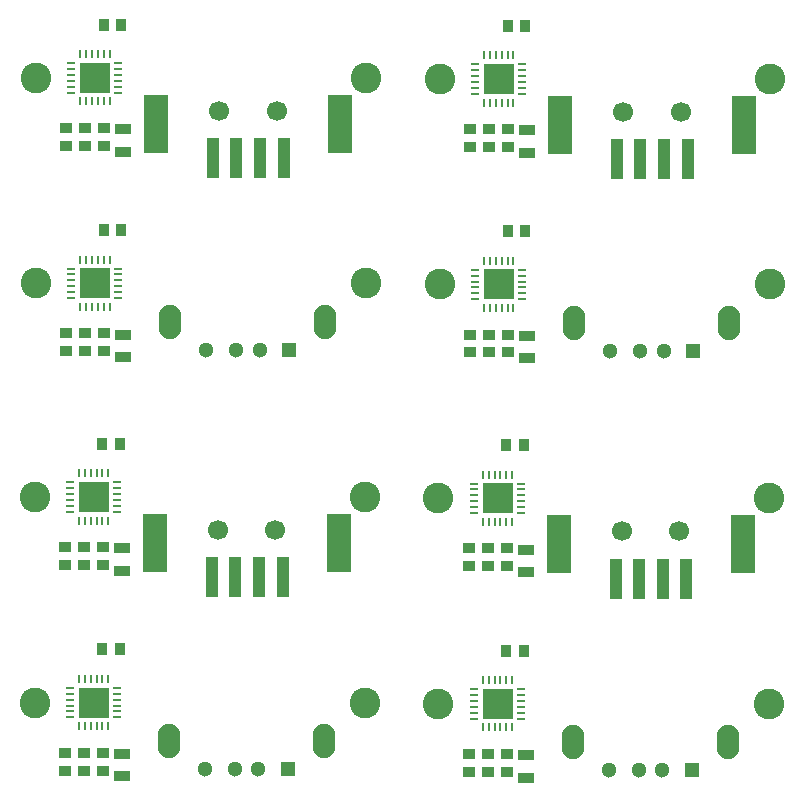
<source format=gts>
G04 #@! TF.GenerationSoftware,KiCad,Pcbnew,5.1.5-52549c5~86~ubuntu18.04.1*
G04 #@! TF.CreationDate,2020-12-11T21:21:52-08:00*
G04 #@! TF.ProjectId,accelgyro_mpu6050_d2r1_4x4,61636365-6c67-4797-926f-5f6d70753630,rev?*
G04 #@! TF.SameCoordinates,Original*
G04 #@! TF.FileFunction,Soldermask,Top*
G04 #@! TF.FilePolarity,Negative*
%FSLAX46Y46*%
G04 Gerber Fmt 4.6, Leading zero omitted, Abs format (unit mm)*
G04 Created by KiCad (PCBNEW 5.1.5-52549c5~86~ubuntu18.04.1) date 2020-12-11 21:21:52*
%MOMM*%
%LPD*%
G04 APERTURE LIST*
%ADD10R,1.000760X0.899160*%
%ADD11C,2.600000*%
%ADD12R,1.397000X0.889000*%
%ADD13O,0.248920X0.800100*%
%ADD14O,0.800100X0.248920*%
%ADD15R,2.499360X2.499360*%
%ADD16R,0.899160X1.000760*%
%ADD17R,1.300000X1.300000*%
%ADD18C,1.300000*%
%ADD19O,1.900000X2.900000*%
%ADD20C,1.700000*%
%ADD21R,1.120000X3.390000*%
%ADD22R,2.000000X5.000000*%
G04 APERTURE END LIST*
D10*
X176400000Y-121748160D03*
X176400000Y-123251840D03*
D11*
X200100000Y-153000000D03*
D10*
X176400000Y-104348160D03*
X176400000Y-105851840D03*
D12*
X179600000Y-106352500D03*
X179600000Y-104447500D03*
D11*
X172200000Y-100100000D03*
D13*
X175950320Y-98101020D03*
X176450700Y-98101020D03*
X176951080Y-98101020D03*
X177448920Y-98101020D03*
X177949300Y-98101020D03*
X178449680Y-98101020D03*
D14*
X179198980Y-98850320D03*
X179198980Y-99350700D03*
X179198980Y-99851080D03*
X179198980Y-100348920D03*
X179198980Y-100849300D03*
X179198980Y-101349680D03*
D13*
X178449680Y-102098980D03*
X177949300Y-102098980D03*
X177448920Y-102098980D03*
X176951080Y-102098980D03*
X176450700Y-102098980D03*
X175950320Y-102098980D03*
D14*
X175201020Y-101349680D03*
X175201020Y-100849300D03*
X175201020Y-100348920D03*
X175201020Y-99851080D03*
X175201020Y-99350700D03*
X175201020Y-98850320D03*
D15*
X177200000Y-100100000D03*
D10*
X177900000Y-158751840D03*
X177900000Y-157248160D03*
D16*
X179351840Y-148500000D03*
X177848160Y-148500000D03*
D12*
X179500000Y-139947500D03*
X179500000Y-141852500D03*
D17*
X193556000Y-158648000D03*
D18*
X191056000Y-158648000D03*
X189056000Y-158648000D03*
X186556000Y-158648000D03*
D19*
X196626000Y-156248000D03*
X183486000Y-156248000D03*
D10*
X176300000Y-158751840D03*
X176300000Y-157248160D03*
D11*
X200200000Y-100100000D03*
D12*
X179600000Y-123752500D03*
X179600000Y-121847500D03*
D16*
X177948160Y-113000000D03*
X179451840Y-113000000D03*
D10*
X174800000Y-121748160D03*
X174800000Y-123251840D03*
D20*
X192600000Y-102900000D03*
D21*
X189200000Y-106900000D03*
X191200000Y-106900000D03*
X193200000Y-106900000D03*
X187200000Y-106900000D03*
D20*
X187700000Y-102900000D03*
D22*
X198000000Y-104000000D03*
X182400000Y-104000000D03*
D11*
X172200000Y-117500000D03*
D10*
X178000000Y-104348160D03*
X178000000Y-105851840D03*
X174700000Y-158751840D03*
X174700000Y-157248160D03*
X178000000Y-121748160D03*
X178000000Y-123251840D03*
D16*
X179351840Y-131100000D03*
X177848160Y-131100000D03*
D13*
X175950320Y-115501020D03*
X176450700Y-115501020D03*
X176951080Y-115501020D03*
X177448920Y-115501020D03*
X177949300Y-115501020D03*
X178449680Y-115501020D03*
D14*
X179198980Y-116250320D03*
X179198980Y-116750700D03*
X179198980Y-117251080D03*
X179198980Y-117748920D03*
X179198980Y-118249300D03*
X179198980Y-118749680D03*
D13*
X178449680Y-119498980D03*
X177949300Y-119498980D03*
X177448920Y-119498980D03*
X176951080Y-119498980D03*
X176450700Y-119498980D03*
X175950320Y-119498980D03*
D14*
X175201020Y-118749680D03*
X175201020Y-118249300D03*
X175201020Y-117748920D03*
X175201020Y-117251080D03*
X175201020Y-116750700D03*
X175201020Y-116250320D03*
D15*
X177200000Y-117500000D03*
D11*
X172100000Y-153000000D03*
D22*
X182300000Y-139500000D03*
X197900000Y-139500000D03*
D20*
X187600000Y-138400000D03*
D21*
X187100000Y-142400000D03*
X193100000Y-142400000D03*
X191100000Y-142400000D03*
X189100000Y-142400000D03*
D20*
X192500000Y-138400000D03*
D11*
X172100000Y-135600000D03*
X200100000Y-135600000D03*
D10*
X177900000Y-141351840D03*
X177900000Y-139848160D03*
D15*
X177100000Y-135600000D03*
D14*
X175101020Y-134350320D03*
X175101020Y-134850700D03*
X175101020Y-135351080D03*
X175101020Y-135848920D03*
X175101020Y-136349300D03*
X175101020Y-136849680D03*
D13*
X175850320Y-137598980D03*
X176350700Y-137598980D03*
X176851080Y-137598980D03*
X177348920Y-137598980D03*
X177849300Y-137598980D03*
X178349680Y-137598980D03*
D14*
X179098980Y-136849680D03*
X179098980Y-136349300D03*
X179098980Y-135848920D03*
X179098980Y-135351080D03*
X179098980Y-134850700D03*
X179098980Y-134350320D03*
D13*
X178349680Y-133601020D03*
X177849300Y-133601020D03*
X177348920Y-133601020D03*
X176851080Y-133601020D03*
X176350700Y-133601020D03*
X175850320Y-133601020D03*
D11*
X200200000Y-117500000D03*
D12*
X179500000Y-157347500D03*
X179500000Y-159252500D03*
D10*
X176300000Y-141351840D03*
X176300000Y-139848160D03*
X174700000Y-141351840D03*
X174700000Y-139848160D03*
D16*
X177948160Y-95600000D03*
X179451840Y-95600000D03*
D10*
X174800000Y-104348160D03*
X174800000Y-105851840D03*
D15*
X177100000Y-153000000D03*
D14*
X175101020Y-151750320D03*
X175101020Y-152250700D03*
X175101020Y-152751080D03*
X175101020Y-153248920D03*
X175101020Y-153749300D03*
X175101020Y-154249680D03*
D13*
X175850320Y-154998980D03*
X176350700Y-154998980D03*
X176851080Y-154998980D03*
X177348920Y-154998980D03*
X177849300Y-154998980D03*
X178349680Y-154998980D03*
D14*
X179098980Y-154249680D03*
X179098980Y-153749300D03*
X179098980Y-153248920D03*
X179098980Y-152751080D03*
X179098980Y-152250700D03*
X179098980Y-151750320D03*
D13*
X178349680Y-151001020D03*
X177849300Y-151001020D03*
X177348920Y-151001020D03*
X176851080Y-151001020D03*
X176350700Y-151001020D03*
X175850320Y-151001020D03*
D19*
X183586000Y-120748000D03*
X196726000Y-120748000D03*
D18*
X186656000Y-123148000D03*
X189156000Y-123148000D03*
X191156000Y-123148000D03*
D17*
X193656000Y-123148000D03*
D10*
X142100000Y-157148160D03*
X142100000Y-158651840D03*
X142100000Y-139748160D03*
X142100000Y-141251840D03*
D12*
X145300000Y-141752500D03*
X145300000Y-139847500D03*
D11*
X137900000Y-135500000D03*
D13*
X141650320Y-133501020D03*
X142150700Y-133501020D03*
X142651080Y-133501020D03*
X143148920Y-133501020D03*
X143649300Y-133501020D03*
X144149680Y-133501020D03*
D14*
X144898980Y-134250320D03*
X144898980Y-134750700D03*
X144898980Y-135251080D03*
X144898980Y-135748920D03*
X144898980Y-136249300D03*
X144898980Y-136749680D03*
D13*
X144149680Y-137498980D03*
X143649300Y-137498980D03*
X143148920Y-137498980D03*
X142651080Y-137498980D03*
X142150700Y-137498980D03*
X141650320Y-137498980D03*
D14*
X140901020Y-136749680D03*
X140901020Y-136249300D03*
X140901020Y-135748920D03*
X140901020Y-135251080D03*
X140901020Y-134750700D03*
X140901020Y-134250320D03*
D15*
X142900000Y-135500000D03*
D11*
X165900000Y-135500000D03*
D12*
X145300000Y-159152500D03*
X145300000Y-157247500D03*
D16*
X143648160Y-148400000D03*
X145151840Y-148400000D03*
D10*
X140500000Y-157148160D03*
X140500000Y-158651840D03*
D20*
X158300000Y-138300000D03*
D21*
X154900000Y-142300000D03*
X156900000Y-142300000D03*
X158900000Y-142300000D03*
X152900000Y-142300000D03*
D20*
X153400000Y-138300000D03*
D22*
X163700000Y-139400000D03*
X148100000Y-139400000D03*
D11*
X137900000Y-152900000D03*
D10*
X143700000Y-139748160D03*
X143700000Y-141251840D03*
X143700000Y-157148160D03*
X143700000Y-158651840D03*
D13*
X141650320Y-150901020D03*
X142150700Y-150901020D03*
X142651080Y-150901020D03*
X143148920Y-150901020D03*
X143649300Y-150901020D03*
X144149680Y-150901020D03*
D14*
X144898980Y-151650320D03*
X144898980Y-152150700D03*
X144898980Y-152651080D03*
X144898980Y-153148920D03*
X144898980Y-153649300D03*
X144898980Y-154149680D03*
D13*
X144149680Y-154898980D03*
X143649300Y-154898980D03*
X143148920Y-154898980D03*
X142651080Y-154898980D03*
X142150700Y-154898980D03*
X141650320Y-154898980D03*
D14*
X140901020Y-154149680D03*
X140901020Y-153649300D03*
X140901020Y-153148920D03*
X140901020Y-152651080D03*
X140901020Y-152150700D03*
X140901020Y-151650320D03*
D15*
X142900000Y-152900000D03*
D11*
X165900000Y-152900000D03*
D16*
X143648160Y-131000000D03*
X145151840Y-131000000D03*
D10*
X140500000Y-139748160D03*
X140500000Y-141251840D03*
D19*
X149286000Y-156148000D03*
X162426000Y-156148000D03*
D18*
X152356000Y-158548000D03*
X154856000Y-158548000D03*
X156856000Y-158548000D03*
D17*
X159356000Y-158548000D03*
D11*
X138000000Y-100000000D03*
X166000000Y-100000000D03*
D10*
X140600000Y-105751840D03*
X140600000Y-104248160D03*
D16*
X145251840Y-95500000D03*
X143748160Y-95500000D03*
D10*
X142200000Y-105751840D03*
X142200000Y-104248160D03*
X143800000Y-105751840D03*
X143800000Y-104248160D03*
D15*
X143000000Y-100000000D03*
D14*
X141001020Y-98750320D03*
X141001020Y-99250700D03*
X141001020Y-99751080D03*
X141001020Y-100248920D03*
X141001020Y-100749300D03*
X141001020Y-101249680D03*
D13*
X141750320Y-101998980D03*
X142250700Y-101998980D03*
X142751080Y-101998980D03*
X143248920Y-101998980D03*
X143749300Y-101998980D03*
X144249680Y-101998980D03*
D14*
X144998980Y-101249680D03*
X144998980Y-100749300D03*
X144998980Y-100248920D03*
X144998980Y-99751080D03*
X144998980Y-99250700D03*
X144998980Y-98750320D03*
D13*
X144249680Y-98001020D03*
X143749300Y-98001020D03*
X143248920Y-98001020D03*
X142751080Y-98001020D03*
X142250700Y-98001020D03*
X141750320Y-98001020D03*
D12*
X145400000Y-104347500D03*
X145400000Y-106252500D03*
D22*
X148200000Y-103900000D03*
X163800000Y-103900000D03*
D20*
X153500000Y-102800000D03*
D21*
X153000000Y-106800000D03*
X159000000Y-106800000D03*
X157000000Y-106800000D03*
X155000000Y-106800000D03*
D20*
X158400000Y-102800000D03*
D17*
X159456000Y-123048000D03*
D18*
X156956000Y-123048000D03*
X154956000Y-123048000D03*
X152456000Y-123048000D03*
D19*
X162526000Y-120648000D03*
X149386000Y-120648000D03*
D11*
X138000000Y-117400000D03*
X166000000Y-117400000D03*
D10*
X140600000Y-123151840D03*
X140600000Y-121648160D03*
D16*
X145251840Y-112900000D03*
X143748160Y-112900000D03*
D10*
X142200000Y-123151840D03*
X142200000Y-121648160D03*
X143800000Y-123151840D03*
X143800000Y-121648160D03*
D15*
X143000000Y-117400000D03*
D14*
X141001020Y-116150320D03*
X141001020Y-116650700D03*
X141001020Y-117151080D03*
X141001020Y-117648920D03*
X141001020Y-118149300D03*
X141001020Y-118649680D03*
D13*
X141750320Y-119398980D03*
X142250700Y-119398980D03*
X142751080Y-119398980D03*
X143248920Y-119398980D03*
X143749300Y-119398980D03*
X144249680Y-119398980D03*
D14*
X144998980Y-118649680D03*
X144998980Y-118149300D03*
X144998980Y-117648920D03*
X144998980Y-117151080D03*
X144998980Y-116650700D03*
X144998980Y-116150320D03*
D13*
X144249680Y-115401020D03*
X143749300Y-115401020D03*
X143248920Y-115401020D03*
X142751080Y-115401020D03*
X142250700Y-115401020D03*
X141750320Y-115401020D03*
D12*
X145400000Y-121747500D03*
X145400000Y-123652500D03*
M02*

</source>
